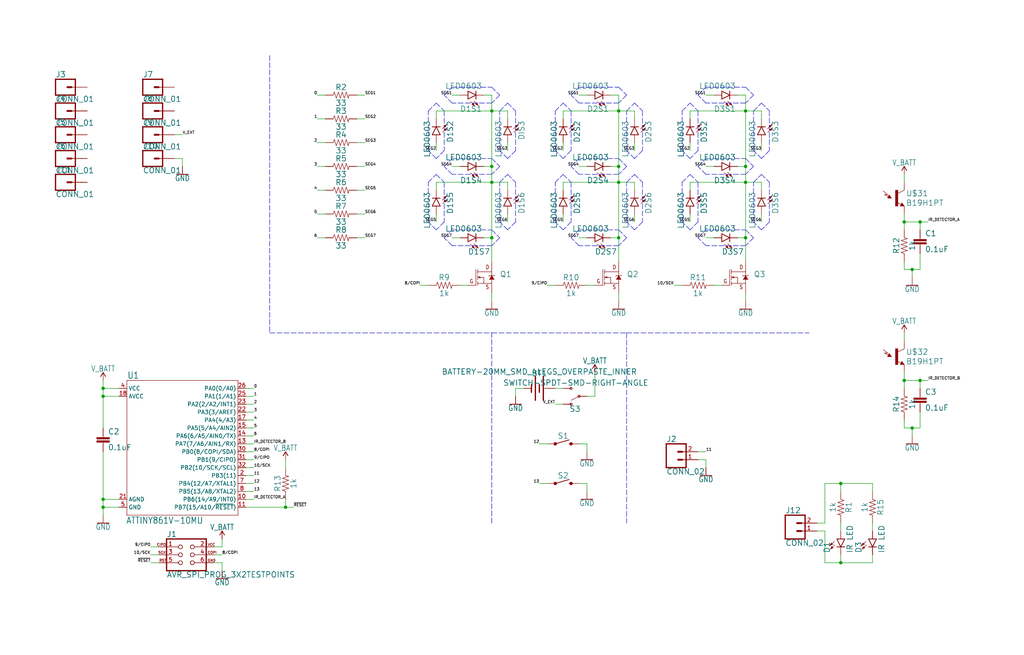
<source format=kicad_sch>
(kicad_sch (version 20211123) (generator eeschema)
  (paper "User" 327.939 210.007)
  (junction (at 292.1 137.16))
  (junction (at 157.48 58.42))
  (junction (at 294.64 71.12))
  (junction (at 33.02 162.56))
  (junction (at 289.56 71.12))
  (junction (at 238.76 58.42))
  (junction (at 33.02 124.46))
  (junction (at 33.02 160.02))
  (junction (at 198.12 76.2))
  (junction (at 157.48 76.2))
  (junction (at 238.76 35.56))
  (junction (at 238.76 53.34))
  (junction (at 91.44 162.56))
  (junction (at 238.76 76.2))
  (junction (at 198.12 35.56))
  (junction (at 289.56 121.92))
  (junction (at 157.48 53.34))
  (junction (at 269.24 154.94))
  (junction (at 269.24 180.34))
  (junction (at 157.48 35.56))
  (junction (at 292.1 86.36))
  (junction (at 294.64 121.92))
  (junction (at 198.12 58.42))
  (junction (at 198.12 53.34))
  (junction (at 33.02 127))
  (wire (pts (xy 289.56 83.82) (xy 289.56 86.36)))
  (polyline (pts (xy 160.02 48.26) (xy 160.02 35.56)))
  (wire (pts (xy 218.44 91.44) (xy 215.9 91.44)))
  (polyline (pts (xy 177.8 48.26) (xy 177.8 35.56)))
  (wire (pts (xy 33.02 160.02) (xy 33.02 162.56)))
  (polyline (pts (xy 137.16 35.56) (xy 139.7 33.02)))
  (wire (pts (xy 78.74 147.32) (xy 81.28 147.32)))
  (polyline (pts (xy 198.12 78.74) (xy 185.42 78.74)))
  (wire (pts (xy 289.56 137.16) (xy 292.1 137.16)))
  (wire (pts (xy 198.12 58.42) (xy 203.2 58.42)))
  (wire (pts (xy 33.02 121.92) (xy 33.02 124.46)))
  (wire (pts (xy 157.48 58.42) (xy 139.7 58.42)))
  (wire (pts (xy 177.8 91.44) (xy 175.26 91.44)))
  (wire (pts (xy 231.14 91.44) (xy 228.6 91.44)))
  (polyline (pts (xy 220.98 33.02) (xy 223.52 35.56)))
  (wire (pts (xy 238.76 53.34) (xy 238.76 58.42)))
  (wire (pts (xy 104.14 45.72) (xy 101.6 45.72)))
  (wire (pts (xy 264.16 170.18) (xy 261.62 170.18)))
  (wire (pts (xy 187.96 76.2) (xy 185.42 76.2)))
  (wire (pts (xy 78.74 149.86) (xy 81.28 149.86)))
  (wire (pts (xy 157.48 76.2) (xy 157.48 83.82)))
  (wire (pts (xy 180.34 129.54) (xy 177.8 129.54)))
  (wire (pts (xy 78.74 144.78) (xy 81.28 144.78)))
  (wire (pts (xy 269.24 170.18) (xy 269.24 167.64)))
  (polyline (pts (xy 165.1 48.26) (xy 162.56 50.8)))
  (wire (pts (xy 114.3 76.2) (xy 116.84 76.2)))
  (polyline (pts (xy 220.98 73.66) (xy 218.44 71.12)))
  (wire (pts (xy 157.48 35.56) (xy 157.48 53.34)))
  (polyline (pts (xy 226.06 33.02) (xy 223.52 30.48)))
  (polyline (pts (xy 162.56 33.02) (xy 165.1 35.56)))
  (wire (pts (xy 180.34 68.58) (xy 180.34 71.12)))
  (wire (pts (xy 203.2 35.56) (xy 203.2 38.1)))
  (wire (pts (xy 289.56 86.36) (xy 292.1 86.36)))
  (wire (pts (xy 139.7 68.58) (xy 139.7 71.12)))
  (wire (pts (xy 238.76 76.2) (xy 236.22 76.2)))
  (wire (pts (xy 38.1 127) (xy 33.02 127)))
  (wire (pts (xy 289.56 124.46) (xy 289.56 121.92)))
  (polyline (pts (xy 238.76 78.74) (xy 226.06 78.74)))
  (wire (pts (xy 167.64 124.46) (xy 165.1 124.46)))
  (wire (pts (xy 162.56 45.72) (xy 162.56 48.26)))
  (polyline (pts (xy 160.02 53.34) (xy 157.48 55.88)))
  (polyline (pts (xy 142.24 58.42) (xy 142.24 71.12)))
  (polyline (pts (xy 160.02 58.42) (xy 162.56 55.88)))
  (polyline (pts (xy 139.7 73.66) (xy 137.16 71.12)))
  (wire (pts (xy 71.12 180.34) (xy 71.12 182.88)))
  (wire (pts (xy 269.24 154.94) (xy 264.16 154.94)))
  (wire (pts (xy 114.3 53.34) (xy 116.84 53.34)))
  (wire (pts (xy 198.12 93.98) (xy 198.12 96.52)))
  (polyline (pts (xy 205.74 35.56) (xy 205.74 48.26)))
  (wire (pts (xy 162.56 35.56) (xy 162.56 38.1)))
  (wire (pts (xy 220.98 58.42) (xy 238.76 58.42)))
  (polyline (pts (xy 165.1 71.12) (xy 162.56 73.66)))
  (polyline (pts (xy 142.24 53.34) (xy 144.78 50.8)))
  (wire (pts (xy 203.2 58.42) (xy 203.2 60.96)))
  (wire (pts (xy 58.42 50.8) (xy 58.42 53.34)))
  (polyline (pts (xy 144.78 55.88) (xy 142.24 53.34)))
  (polyline (pts (xy 200.66 106.68) (xy 200.66 167.64)))
  (polyline (pts (xy 200.66 35.56) (xy 203.2 33.02)))
  (polyline (pts (xy 162.56 55.88) (xy 165.1 58.42)))
  (polyline (pts (xy 157.48 50.8) (xy 160.02 53.34)))
  (polyline (pts (xy 238.76 33.02) (xy 226.06 33.02)))
  (polyline (pts (xy 238.76 27.94) (xy 241.3 30.48)))
  (wire (pts (xy 78.74 137.16) (xy 81.28 137.16)))
  (polyline (pts (xy 185.42 33.02) (xy 182.88 30.48)))
  (polyline (pts (xy 160.02 35.56) (xy 162.56 33.02)))
  (wire (pts (xy 236.22 30.48) (xy 238.76 30.48)))
  (wire (pts (xy 228.6 53.34) (xy 226.06 53.34)))
  (wire (pts (xy 187.96 53.34) (xy 185.42 53.34)))
  (wire (pts (xy 289.56 134.62) (xy 289.56 137.16)))
  (polyline (pts (xy 246.38 35.56) (xy 246.38 48.26)))
  (wire (pts (xy 38.1 124.46) (xy 33.02 124.46)))
  (wire (pts (xy 104.14 68.58) (xy 101.6 68.58)))
  (wire (pts (xy 78.74 157.48) (xy 81.28 157.48)))
  (polyline (pts (xy 246.38 58.42) (xy 246.38 71.12)))
  (polyline (pts (xy 142.24 76.2) (xy 144.78 73.66)))
  (wire (pts (xy 294.64 86.36) (xy 294.64 81.28)))
  (wire (pts (xy 91.44 149.86) (xy 91.44 147.32)))
  (polyline (pts (xy 203.2 33.02) (xy 205.74 35.56)))
  (wire (pts (xy 104.14 53.34) (xy 101.6 53.34)))
  (wire (pts (xy 238.76 35.56) (xy 238.76 53.34)))
  (wire (pts (xy 289.56 71.12) (xy 294.64 71.12)))
  (polyline (pts (xy 182.88 58.42) (xy 182.88 71.12)))
  (wire (pts (xy 50.8 180.34) (xy 48.26 180.34)))
  (polyline (pts (xy 142.24 48.26) (xy 139.7 50.8)))
  (wire (pts (xy 175.26 142.24) (xy 172.72 142.24)))
  (wire (pts (xy 50.8 177.8) (xy 48.26 177.8)))
  (polyline (pts (xy 241.3 30.48) (xy 238.76 33.02)))
  (wire (pts (xy 175.26 154.94) (xy 172.72 154.94)))
  (polyline (pts (xy 198.12 33.02) (xy 185.42 33.02)))
  (wire (pts (xy 180.34 58.42) (xy 198.12 58.42)))
  (polyline (pts (xy 180.34 50.8) (xy 177.8 48.26)))
  (wire (pts (xy 292.1 86.36) (xy 294.64 86.36)))
  (wire (pts (xy 78.74 132.08) (xy 81.28 132.08)))
  (polyline (pts (xy 198.12 55.88) (xy 185.42 55.88)))
  (polyline (pts (xy 241.3 35.56) (xy 243.84 33.02)))
  (polyline (pts (xy 86.36 17.78) (xy 86.36 106.68)))
  (wire (pts (xy 238.76 93.98) (xy 238.76 96.52)))
  (wire (pts (xy 198.12 30.48) (xy 198.12 35.56)))
  (wire (pts (xy 157.48 58.42) (xy 157.48 76.2)))
  (wire (pts (xy 104.14 30.48) (xy 101.6 30.48)))
  (polyline (pts (xy 157.48 78.74) (xy 144.78 78.74)))
  (polyline (pts (xy 160.02 30.48) (xy 157.48 33.02)))
  (wire (pts (xy 149.86 91.44) (xy 147.32 91.44)))
  (polyline (pts (xy 144.78 27.94) (xy 157.48 27.94)))
  (wire (pts (xy 162.56 58.42) (xy 157.48 58.42)))
  (polyline (pts (xy 198.12 27.94) (xy 200.66 30.48)))
  (wire (pts (xy 279.4 170.18) (xy 279.4 167.64)))
  (polyline (pts (xy 218.44 58.42) (xy 220.98 55.88)))
  (wire (pts (xy 114.3 68.58) (xy 116.84 68.58)))
  (polyline (pts (xy 157.48 73.66) (xy 160.02 76.2)))
  (wire (pts (xy 190.5 91.44) (xy 187.96 91.44)))
  (polyline (pts (xy 241.3 53.34) (xy 238.76 55.88)))
  (polyline (pts (xy 226.06 27.94) (xy 238.76 27.94)))
  (wire (pts (xy 198.12 35.56) (xy 203.2 35.56)))
  (wire (pts (xy 294.64 71.12) (xy 294.64 73.66)))
  (wire (pts (xy 180.34 45.72) (xy 180.34 48.26)))
  (wire (pts (xy 243.84 58.42) (xy 243.84 60.96)))
  (wire (pts (xy 243.84 35.56) (xy 243.84 38.1)))
  (wire (pts (xy 264.16 154.94) (xy 264.16 167.64)))
  (wire (pts (xy 33.02 162.56) (xy 33.02 165.1)))
  (wire (pts (xy 154.94 53.34) (xy 157.48 53.34)))
  (polyline (pts (xy 144.78 33.02) (xy 142.24 30.48)))
  (polyline (pts (xy 223.52 53.34) (xy 226.06 50.8)))
  (polyline (pts (xy 198.12 73.66) (xy 200.66 76.2)))
  (polyline (pts (xy 243.84 50.8) (xy 241.3 48.26)))
  (polyline (pts (xy 137.16 48.26) (xy 137.16 35.56)))
  (polyline (pts (xy 144.78 73.66) (xy 157.48 73.66)))
  (polyline (pts (xy 139.7 33.02) (xy 142.24 35.56)))
  (wire (pts (xy 55.88 50.8) (xy 58.42 50.8)))
  (wire (pts (xy 177.8 124.46) (xy 180.34 124.46)))
  (wire (pts (xy 147.32 76.2) (xy 144.78 76.2)))
  (polyline (pts (xy 203.2 50.8) (xy 200.66 48.26)))
  (wire (pts (xy 185.42 142.24) (xy 187.96 142.24)))
  (wire (pts (xy 289.56 71.12) (xy 289.56 73.66)))
  (wire (pts (xy 203.2 68.58) (xy 203.2 71.12)))
  (wire (pts (xy 226.06 147.32) (xy 226.06 149.86)))
  (wire (pts (xy 269.24 180.34) (xy 279.4 180.34)))
  (wire (pts (xy 157.48 53.34) (xy 157.48 58.42)))
  (polyline (pts (xy 205.74 71.12) (xy 203.2 73.66)))
  (wire (pts (xy 78.74 142.24) (xy 81.28 142.24)))
  (wire (pts (xy 292.1 137.16) (xy 294.64 137.16)))
  (wire (pts (xy 162.56 68.58) (xy 162.56 71.12)))
  (wire (pts (xy 78.74 152.4) (xy 81.28 152.4)))
  (wire (pts (xy 220.98 35.56) (xy 238.76 35.56)))
  (polyline (pts (xy 226.06 73.66) (xy 238.76 73.66)))
  (wire (pts (xy 187.96 154.94) (xy 187.96 157.48)))
  (wire (pts (xy 78.74 134.62) (xy 81.28 134.62)))
  (wire (pts (xy 243.84 68.58) (xy 243.84 71.12)))
  (polyline (pts (xy 144.78 50.8) (xy 157.48 50.8)))
  (wire (pts (xy 147.32 53.34) (xy 144.78 53.34)))
  (wire (pts (xy 114.3 30.48) (xy 116.84 30.48)))
  (wire (pts (xy 104.14 76.2) (xy 101.6 76.2)))
  (wire (pts (xy 223.52 144.78) (xy 226.06 144.78)))
  (polyline (pts (xy 165.1 35.56) (xy 165.1 48.26)))
  (polyline (pts (xy 205.74 58.42) (xy 205.74 71.12)))
  (wire (pts (xy 78.74 129.54) (xy 81.28 129.54)))
  (wire (pts (xy 279.4 154.94) (xy 279.4 157.48)))
  (wire (pts (xy 33.02 144.78) (xy 33.02 160.02)))
  (polyline (pts (xy 223.52 76.2) (xy 226.06 73.66)))
  (polyline (pts (xy 241.3 58.42) (xy 243.84 55.88)))
  (polyline (pts (xy 218.44 48.26) (xy 218.44 35.56)))
  (wire (pts (xy 198.12 53.34) (xy 198.12 58.42)))
  (wire (pts (xy 264.16 167.64) (xy 261.62 167.64)))
  (polyline (pts (xy 223.52 71.12) (xy 220.98 73.66)))
  (polyline (pts (xy 243.84 55.88) (xy 246.38 58.42)))
  (polyline (pts (xy 185.42 55.88) (xy 182.88 53.34)))
  (polyline (pts (xy 200.66 71.12) (xy 200.66 58.42)))
  (polyline (pts (xy 160.02 76.2) (xy 157.48 78.74)))
  (wire (pts (xy 68.58 180.34) (xy 71.12 180.34)))
  (polyline (pts (xy 162.56 73.66) (xy 160.02 71.12)))
  (polyline (pts (xy 182.88 35.56) (xy 182.88 48.26)))
  (wire (pts (xy 264.16 180.34) (xy 264.16 170.18)))
  (wire (pts (xy 157.48 35.56) (xy 162.56 35.56)))
  (wire (pts (xy 68.58 177.8) (xy 71.12 177.8)))
  (wire (pts (xy 55.88 43.18) (xy 58.42 43.18)))
  (wire (pts (xy 289.56 68.58) (xy 289.56 71.12)))
  (polyline (pts (xy 165.1 58.42) (xy 165.1 71.12)))
  (wire (pts (xy 91.44 160.02) (xy 91.44 162.56)))
  (wire (pts (xy 195.58 53.34) (xy 198.12 53.34)))
  (wire (pts (xy 238.76 35.56) (xy 243.84 35.56)))
  (wire (pts (xy 38.1 160.02) (xy 33.02 160.02)))
  (polyline (pts (xy 157.48 33.02) (xy 144.78 33.02)))
  (polyline (pts (xy 226.06 50.8) (xy 238.76 50.8)))
  (wire (pts (xy 238.76 76.2) (xy 238.76 83.82)))
  (polyline (pts (xy 238.76 50.8) (xy 241.3 53.34)))
  (wire (pts (xy 198.12 35.56) (xy 198.12 53.34)))
  (wire (pts (xy 114.3 45.72) (xy 116.84 45.72)))
  (polyline (pts (xy 241.3 71.12) (xy 241.3 58.42)))
  (polyline (pts (xy 203.2 73.66) (xy 200.66 71.12)))
  (wire (pts (xy 220.98 38.1) (xy 220.98 35.56)))
  (polyline (pts (xy 182.88 53.34) (xy 185.42 50.8)))
  (polyline (pts (xy 200.66 76.2) (xy 198.12 78.74)))
  (wire (pts (xy 264.16 180.34) (xy 269.24 180.34)))
  (wire (pts (xy 238.76 58.42) (xy 243.84 58.42)))
  (wire (pts (xy 33.02 127) (xy 33.02 137.16)))
  (wire (pts (xy 203.2 45.72) (xy 203.2 48.26)))
  (wire (pts (xy 198.12 76.2) (xy 198.12 83.82)))
  (wire (pts (xy 220.98 45.72) (xy 220.98 48.26)))
  (wire (pts (xy 78.74 162.56) (xy 91.44 162.56)))
  (wire (pts (xy 243.84 45.72) (xy 243.84 48.26)))
  (polyline (pts (xy 185.42 50.8) (xy 198.12 50.8)))
  (polyline (pts (xy 220.98 50.8) (xy 218.44 48.26)))
  (wire (pts (xy 157.48 76.2) (xy 154.94 76.2)))
  (wire (pts (xy 289.56 121.92) (xy 294.64 121.92)))
  (wire (pts (xy 139.7 58.42) (xy 139.7 60.96)))
  (polyline (pts (xy 162.56 50.8) (xy 160.02 48.26)))
  (wire (pts (xy 78.74 160.02) (xy 81.28 160.02)))
  (wire (pts (xy 220.98 68.58) (xy 220.98 71.12)))
  (wire (pts (xy 157.48 30.48) (xy 157.48 35.56)))
  (wire (pts (xy 33.02 124.46) (xy 33.02 127)))
  (polyline (pts (xy 182.88 76.2) (xy 185.42 73.66)))
  (wire (pts (xy 294.64 124.46) (xy 294.64 121.92)))
  (polyline (pts (xy 223.52 48.26) (xy 220.98 50.8)))
  (wire (pts (xy 147.32 30.48) (xy 144.78 30.48)))
  (wire (pts (xy 228.6 76.2) (xy 226.06 76.2)))
  (polyline (pts (xy 243.84 73.66) (xy 241.3 71.12)))
  (wire (pts (xy 187.96 30.48) (xy 185.42 30.48)))
  (polyline (pts (xy 220.98 55.88) (xy 223.52 58.42)))
  (wire (pts (xy 38.1 162.56) (xy 33.02 162.56)))
  (polyline (pts (xy 182.88 30.48) (xy 185.42 27.94)))
  (polyline (pts (xy 241.3 48.26) (xy 241.3 35.56)))
  (wire (pts (xy 187.96 127) (xy 190.5 127)))
  (polyline (pts (xy 157.48 27.94) (xy 160.02 30.48)))
  (polyline (pts (xy 139.7 55.88) (xy 142.24 58.42)))
  (polyline (pts (xy 160.02 71.12) (xy 160.02 58.42)))
  (wire (pts (xy 294.64 121.92) (xy 297.18 121.92)))
  (wire (pts (xy 162.56 60.96) (xy 162.56 58.42)))
  (wire (pts (xy 139.7 35.56) (xy 157.48 35.56)))
  (polyline (pts (xy 185.42 27.94) (xy 198.12 27.94)))
  (wire (pts (xy 185.42 154.94) (xy 187.96 154.94)))
  (polyline (pts (xy 180.34 33.02) (xy 182.88 35.56)))
  (polyline (pts (xy 86.36 106.68) (xy 157.48 106.68)))
  (wire (pts (xy 195.58 30.48) (xy 198.12 30.48)))
  (polyline (pts (xy 238.76 55.88) (xy 226.06 55.88)))
  (wire (pts (xy 190.5 127) (xy 190.5 119.38)))
  (polyline (pts (xy 137.16 58.42) (xy 139.7 55.88)))
  (polyline (pts (xy 142.24 30.48) (xy 144.78 27.94)))
  (polyline (pts (xy 238.76 73.66) (xy 241.3 76.2)))
  (wire (pts (xy 289.56 119.38) (xy 289.56 121.92)))
  (wire (pts (xy 78.74 124.46) (xy 81.28 124.46)))
  (wire (pts (xy 198.12 58.42) (xy 198.12 76.2)))
  (polyline (pts (xy 223.52 58.42) (xy 223.52 71.12)))
  (wire (pts (xy 180.34 38.1) (xy 180.34 35.56)))
  (polyline (pts (xy 203.2 55.88) (xy 205.74 58.42)))
  (polyline (pts (xy 226.06 78.74) (xy 223.52 76.2)))
  (wire (pts (xy 180.34 35.56) (xy 198.12 35.56)))
  (polyline (pts (xy 200.66 53.34) (xy 198.12 55.88)))
  (polyline (pts (xy 144.78 78.74) (xy 142.24 76.2)))
  (polyline (pts (xy 200.66 48.26) (xy 200.66 35.56)))
  (wire (pts (xy 289.56 58.42) (xy 289.56 55.88)))
  (wire (pts (xy 71.12 175.26) (xy 71.12 172.72)))
  (wire (pts (xy 198.12 76.2) (xy 195.58 76.2)))
  (polyline (pts (xy 157.48 55.88) (xy 144.78 55.88)))
  (wire (pts (xy 91.44 162.56) (xy 93.98 162.56)))
  (wire (pts (xy 269.24 157.48) (xy 269.24 154.94)))
  (wire (pts (xy 137.16 91.44) (xy 134.62 91.44)))
  (wire (pts (xy 187.96 142.24) (xy 187.96 144.78)))
  (wire (pts (xy 294.64 137.16) (xy 294.64 132.08)))
  (polyline (pts (xy 157.48 167.64) (xy 157.48 106.68)))
  (polyline (pts (xy 200.66 106.68) (xy 259.08 106.68)))
  (polyline (pts (xy 205.74 48.26) (xy 203.2 50.8)))
  (wire (pts (xy 294.64 71.12) (xy 297.18 71.12)))
  (wire (pts (xy 68.58 175.26) (xy 71.12 175.26)))
  (polyline (pts (xy 246.38 71.12) (xy 243.84 73.66)))
  (polyline (pts (xy 157.48 106.68) (xy 200.66 106.68)))
  (polyline (pts (xy 218.44 35.56) (xy 220.98 33.02)))
  (wire (pts (xy 78.74 154.94) (xy 81.28 154.94)))
  (wire (pts (xy 139.7 38.1) (xy 139.7 35.56)))
  (polyline (pts (xy 177.8 58.42) (xy 180.34 55.88)))
  (wire (pts (xy 154.94 30.48) (xy 157.48 30.48)))
  (polyline (pts (xy 182.88 71.12) (xy 180.34 73.66)))
  (polyline (pts (xy 218.44 71.12) (xy 218.44 58.42)))
  (polyline (pts (xy 137.16 71.12) (xy 137.16 58.42)))
  (wire (pts (xy 292.1 86.36) (xy 292.1 88.9)))
  (polyline (pts (xy 200.66 58.42) (xy 203.2 55.88)))
  (wire (pts (xy 114.3 38.1) (xy 116.84 38.1)))
  (polyline (pts (xy 180.34 55.88) (xy 182.88 58.42)))
  (polyline (pts (xy 246.38 48.26) (xy 243.84 50.8)))
  (wire (pts (xy 157.48 93.98) (xy 157.48 96.52)))
  (wire (pts (xy 238.76 30.48) (xy 238.76 35.56)))
  (polyline (pts (xy 177.8 35.56) (xy 180.34 33.02)))
  (wire (pts (xy 220.98 60.96) (xy 220.98 58.42)))
  (wire (pts (xy 180.34 60.96) (xy 180.34 58.42)))
  (wire (pts (xy 279.4 177.8) (xy 279.4 180.34)))
  (wire (pts (xy 269.24 154.94) (xy 279.4 154.94)))
  (wire (pts (xy 238.76 58.42) (xy 238.76 76.2)))
  (wire (pts (xy 289.56 106.68) (xy 289.56 109.22)))
  (wire (pts (xy 269.24 177.8) (xy 269.24 180.34)))
  (wire (pts (xy 114.3 60.96) (xy 116.84 60.96)))
  (polyline (pts (xy 226.06 55.88) (xy 223.52 53.34)))
  (polyline (pts (xy 142.24 71.12) (xy 139.7 73.66)))
  (polyline (pts (xy 241.3 76.2) (xy 238.76 78.74)))
  (polyline (pts (xy 185.42 73.66) (xy 198.12 73.66)))
  (wire (pts (xy 226.06 30.48) (xy 228.6 30.48)))
  (wire (pts (xy 104.14 60.96) (xy 101.6 60.96)))
  (wire (pts (xy 165.1 124.46) (xy 165.1 127)))
  (polyline (pts (xy 185.42 78.74) (xy 182.88 76.2)))
  (wire (pts (xy 236.22 53.34) (xy 238.76 53.34)))
  (wire (pts (xy 78.74 127) (xy 81.28 127)))
  (wire (pts (xy 223.52 147.32) (xy 226.06 147.32)))
  (wire (pts (xy 78.74 139.7) (xy 81.28 139.7)))
  (polyline (pts (xy 177.8 71.12) (xy 177.8 58.42)))
  (wire (pts (xy 104.14 38.1) (xy 101.6 38.1)))
  (polyline (pts (xy 200.66 30.48) (xy 198.12 33.02)))
  (polyline (pts (xy 142.24 35.56) (xy 142.24 48.26)))
  (polyline (pts (xy 243.84 33.02) (xy 246.38 35.56)))
  (polyline (pts (xy 223.52 30.48) (xy 226.06 27.94)))
  (polyline (pts (xy 139.7 50.8) (xy 137.16 48.26)))
  (polyline (pts (xy 223.52 35.56) (xy 223.52 48.26)))
  (polyline (pts (xy 180.34 73.66) (xy 177.8 71.12)))
  (polyline (pts (xy 198.12 50.8) (xy 200.66 53.34)))
  (wire (pts (xy 139.7 45.72) (xy 139.7 48.26)))
  (polyline (pts (xy 182.88 48.26) (xy 180.34 50.8)))
  (wire (pts (xy 50.8 175.26) (xy 48.26 175.26)))
  (wire (pts (xy 292.1 139.7) (xy 292.1 137.16)))
  (label "SEG4" (at 185.42 53.34 180) (effects (font (size 0.889 0.889))))
  (label "4" (at 101.6 60.96 180) (effects (font (size 0.889 0.889))))
  (label "2" (at 101.6 45.72 180) (effects (font (size 0.889 0.889))))
  (label "SEG7" (at 116.84 76.2 0) (effects (font (size 0.889 0.889))))
  (label "SEG6" (at 116.84 68.58 0) (effects (font (size 0.889 0.889))))
  (label "6" (at 101.6 76.2 180) (effects (font (size 0.889 0.889))))
  (label "4" (at 81.28 134.62 0) (effects (font (size 0.889 0.889))))
  (label "10/SCK" (at 48.26 177.8 180) (effects (font (size 0.889 0.889))))
  (label "SEG1" (at 185.42 30.48 180) (effects (font (size 0.889 0.889))))
  (label "11" (at 226.06 144.78 0) (effects (font (size 0.889 0.889))))
  (label "3" (at 81.28 132.08 0) (effects (font (size 0.889 0.889))))
  (label "SEG7" (at 226.06 76.2 180) (effects (font (size 0.889 0.889))))
  (label "SEG6" (at 162.56 71.12 180) (effects (font (size 0.889 0.889))))
  (label "~{RESET}" (at 48.26 180.34 180) (effects (font (size 0.889 0.889))))
  (label "SEG7" (at 185.42 76.2 180) (effects (font (size 0.889 0.889))))
  (label "SEG4" (at 226.06 53.34 180) (effects (font (size 0.889 0.889))))
  (label "SEG5" (at 220.98 71.12 180) (effects (font (size 0.889 0.889))))
  (label "SEG4" (at 116.84 53.34 0) (effects (font (size 0.889 0.889))))
  (label "13" (at 81.28 157.48 0) (effects (font (size 0.889 0.889))))
  (label "5" (at 101.6 68.58 180) (effects (font (size 0.889 0.889))))
  (label "12" (at 81.28 154.94 0) (effects (font (size 0.889 0.889))))
  (label "SEG1" (at 226.06 30.48 180) (effects (font (size 0.889 0.889))))
  (label "0" (at 81.28 124.46 0) (effects (font (size 0.889 0.889))))
  (label "10/SCK" (at 81.28 149.86 0) (effects (font (size 0.889 0.889))))
  (label "9/CIPO" (at 175.26 91.44 180) (effects (font (size 0.889 0.889))))
  (label "IR_DETECTOR_B" (at 297.18 121.92 0) (effects (font (size 0.889 0.889))))
  (label "V_EXT" (at 58.42 43.18 0) (effects (font (size 0.889 0.889))))
  (label "IR_DETECTOR_B" (at 81.28 142.24 0) (effects (font (size 0.889 0.889))))
  (label "SEG4" (at 144.78 53.34 180) (effects (font (size 0.889 0.889))))
  (label "SEG5" (at 139.7 71.12 180) (effects (font (size 0.889 0.889))))
  (label "SEG3" (at 116.84 45.72 0) (effects (font (size 0.889 0.889))))
  (label "8/COPI" (at 81.28 144.78 0) (effects (font (size 0.889 0.889))))
  (label "~{RESET}" (at 93.98 162.56 0) (effects (font (size 0.889 0.889))))
  (label "5" (at 81.28 137.16 0) (effects (font (size 0.889 0.889))))
  (label "IR_DETECTOR_A" (at 297.18 71.12 0) (effects (font (size 0.889 0.889))))
  (label "SEG1" (at 116.84 30.48 0) (effects (font (size 0.889 0.889))))
  (label "SEG6" (at 243.84 71.12 180) (effects (font (size 0.889 0.889))))
  (label "V_EXT" (at 177.8 129.54 180) (effects (font (size 0.889 0.889))))
  (label "SEG3" (at 203.2 48.26 180) (effects (font (size 0.889 0.889))))
  (label "SEG6" (at 203.2 71.12 180) (effects (font (size 0.889 0.889))))
  (label "10/SCK" (at 215.9 91.44 180) (effects (font (size 0.889 0.889))))
  (label "IR_DETECTOR_A" (at 81.28 160.02 0) (effects (font (size 0.889 0.889))))
  (label "1" (at 101.6 38.1 180) (effects (font (size 0.889 0.889))))
  (label "9/CIPO" (at 48.26 175.26 180) (effects (font (size 0.889 0.889))))
  (label "3" (at 101.6 53.34 180) (effects (font (size 0.889 0.889))))
  (label "11" (at 81.28 152.4 0) (effects (font (size 0.889 0.889))))
  (label "SEG2" (at 116.84 38.1 0) (effects (font (size 0.889 0.889))))
  (label "8/COPI" (at 134.62 91.44 180) (effects (font (size 0.889 0.889))))
  (label "SEG2" (at 220.98 48.26 180) (effects (font (size 0.889 0.889))))
  (label "SEG2" (at 139.7 48.26 180) (effects (font (size 0.889 0.889))))
  (label "SEG3" (at 162.56 48.26 180) (effects (font (size 0.889 0.889))))
  (label "8/COPI" (at 71.12 177.8 0) (effects (font (size 0.889 0.889))))
  (label "12" (at 172.72 142.24 180) (effects (font (size 0.889 0.889))))
  (label "SEG5" (at 116.84 60.96 0) (effects (font (size 0.889 0.889))))
  (label "1" (at 81.28 127 0) (effects (font (size 0.889 0.889))))
  (label "6" (at 81.28 139.7 0) (effects (font (size 0.889 0.889))))
  (label "13" (at 172.72 154.94 180) (effects (font (size 0.889 0.889))))
  (label "0" (at 101.6 30.48 180) (effects (font (size 0.889 0.889))))
  (label "SEG1" (at 144.78 30.48 180) (effects (font (size 0.889 0.889))))
  (label "SEG3" (at 243.84 48.26 180) (effects (font (size 0.889 0.889))))
  (label "SEG2" (at 180.34 48.26 180) (effects (font (size 0.889 0.889))))
  (label "SEG7" (at 144.78 76.2 180) (effects (font (size 0.889 0.889))))
  (label "SEG5" (at 180.34 71.12 180) (effects (font (size 0.889 0.889))))
  (label "9/CIPO" (at 81.28 147.32 0) (effects (font (size 0.889 0.889))))
  (label "2" (at 81.28 129.54 0) (effects (font (size 0.889 0.889))))
  (symbol (lib_id "BeanCounter_V10-eagle-import:LED0603") (at 139.7 66.04 180) (unit 1)
    (property "Reference" "D1S5" (at 143.129 61.468 90) (effects (font (size 1.778 1.778)) (justify left bottom)))
    (property "Value" "LED0603" (at 137.795 61.468 90) (effects (font (size 1.778 1.778)) (justify left top)))
    (property "Footprint" "BeanCounter_V10:LED-0603" (effects hide))
  )
  (symbol (lib_id "BeanCounter_V10-eagle-import:0.1UF-0603-25V-(+80{slash}-20%)") (at 294.64 78.74 0) (unit 1)
    (property "Reference" "C1" (at 296.164 75.819 0) (effects (font (size 1.778 1.778)) (justify left bottom)))
    (property "Value" "0.1uF" (at 296.164 80.899 0) (effects (font (size 1.778 1.778)) (justify left bottom)))
    (property "Footprint" "BeanCounter_V10:0603" (effects hide))
  )
  (symbol (lib_id "BeanCounter_V10-eagle-import:MOSFET-NCH-BSS138") (at 236.22 88.9 0) (unit 1)
    (property "Reference" "Q3" (at 241.3 88.9 0) (effects (font (size 1.778 1.778)) (justify left bottom)))
    (property "Value" "220mA/50V/3.5Ω" (effects hide))
    (property "Footprint" "BeanCounter_V10:SOT23-3" (effects hide))
  )
  (symbol (lib_id "BeanCounter_V10-eagle-import:CONN_01") (at 48.26 43.18 0) (unit 1)
    (property "Reference" "J9" (at 45.72 40.132 0) (effects (font (size 1.778 1.778)) (justify left bottom)))
    (property "Value" "CONN_01" (at 45.72 48.006 0) (effects (font (size 1.778 1.778)) (justify left bottom)))
    (property "Footprint" "BeanCounter_V10:1X01" (effects hide))
  )
  (symbol (lib_id "BeanCounter_V10-eagle-import:LED0603") (at 190.5 30.48 90) (unit 1)
    (property "Reference" "D2S1" (at 195.072 33.909 90) (effects (font (size 1.778 1.778)) (justify left bottom)))
    (property "Value" "LED0603" (at 195.072 28.575 90) (effects (font (size 1.778 1.778)) (justify left top)))
    (property "Footprint" "BeanCounter_V10:LED-0603" (effects hide))
  )
  (symbol (lib_id "BeanCounter_V10-eagle-import:CONN_01") (at 20.32 58.42 0) (unit 1)
    (property "Reference" "J11" (at 17.78 55.372 0) (effects (font (size 1.778 1.778)) (justify left bottom)))
    (property "Value" "CONN_01" (at 17.78 63.246 0) (effects (font (size 1.778 1.778)) (justify left bottom)))
    (property "Footprint" "BeanCounter_V10:1X01" (effects hide))
  )
  (symbol (lib_id "BeanCounter_V10-eagle-import:SWITCH-SPDT-SMD-RIGHT-ANGLE") (at 185.42 127 180) (unit 1)
    (property "Reference" "S3" (at 184.15 130.048 0) (effects (font (size 1.778 1.778)) (justify bottom)))
    (property "Value" "SWITCH-SPDT-SMD-RIGHT-ANGLE" (at 184.404 123.698 0) (effects (font (size 1.778 1.778)) (justify top)))
    (property "Footprint" "BeanCounter_V10:SWITCH_SPST_SMD_A" (effects hide))
  )
  (symbol (lib_id "BeanCounter_V10-eagle-import:AVR_SPI_PROG_3X2TESTPOINTS") (at 58.42 177.8 0) (unit 1)
    (property "Reference" "J1" (at 53.34 172.212 0) (effects (font (size 1.778 1.778)) (justify left bottom)))
    (property "Value" "AVR_SPI_PROG_3X2TESTPOINTS" (at 53.34 185.166 0) (effects (font (size 1.778 1.778)) (justify left bottom)))
    (property "Footprint" "BeanCounter_V10:2X3_TEST_POINTS" (effects hide))
  )
  (symbol (lib_id "BeanCounter_V10-eagle-import:1KOHM-0603-1{slash}10W-1%") (at 91.44 154.94 90) (unit 1)
    (property "Reference" "R13" (at 89.916 154.94 0) (effects (font (size 1.778 1.778)) (justify bottom)))
    (property "Value" "1k" (at 92.964 154.94 0) (effects (font (size 1.778 1.778)) (justify top)))
    (property "Footprint" "BeanCounter_V10:0603" (effects hide))
  )
  (symbol (lib_id "BeanCounter_V10-eagle-import:LED0603") (at 243.84 66.04 180) (unit 1)
    (property "Reference" "D3S6" (at 247.269 61.468 90) (effects (font (size 1.778 1.778)) (justify left bottom)))
    (property "Value" "LED0603" (at 241.935 61.468 90) (effects (font (size 1.778 1.778)) (justify left top)))
    (property "Footprint" "BeanCounter_V10:LED-0603" (effects hide))
  )
  (symbol (lib_id "BeanCounter_V10-eagle-import:MOSFET-NCH-BSS138") (at 195.58 88.9 0) (unit 1)
    (property "Reference" "Q2" (at 200.66 88.9 0) (effects (font (size 1.778 1.778)) (justify left bottom)))
    (property "Value" "220mA/50V/3.5Ω" (effects hide))
    (property "Footprint" "BeanCounter_V10:SOT23-3" (effects hide))
  )
  (symbol (lib_id "BeanCounter_V10-eagle-import:1KOHM-0603-1{slash}10W-1%") (at 142.24 91.44 0) (unit 1)
    (property "Reference" "R9" (at 142.24 89.916 0) (effects (font (size 1.778 1.778)) (justify bottom)))
    (property "Value" "1k" (at 142.24 92.964 0) (effects (font (size 1.778 1.778)) (justify top)))
    (property "Footprint" "BeanCounter_V10:0603" (effects hide))
  )
  (symbol (lib_id "BeanCounter_V10-eagle-import:CONN_01") (at 20.32 43.18 0) (unit 1)
    (property "Reference" "J5" (at 17.78 40.132 0) (effects (font (size 1.778 1.778)) (justify left bottom)))
    (property "Value" "CONN_01" (at 17.78 48.006 0) (effects (font (size 1.778 1.778)) (justify left bottom)))
    (property "Footprint" "BeanCounter_V10:1X01" (effects hide))
  )
  (symbol (lib_id "BeanCounter_V10-eagle-import:LED-IR0603") (at 269.24 172.72 0) (unit 1)
    (property "Reference" "D1" (at 265.811 177.292 90) (effects (font (size 1.778 1.778)) (justify left bottom)))
    (property "Value" "IR LED" (at 271.145 177.292 90) (effects (font (size 1.778 1.778)) (justify left top)))
    (property "Footprint" "BeanCounter_V10:LED-0603" (effects hide))
  )
  (symbol (lib_id "BeanCounter_V10-eagle-import:33OHM-0603-1{slash}10W-1%") (at 109.22 60.96 0) (unit 1)
    (property "Reference" "R6" (at 109.22 59.436 0) (effects (font (size 1.778 1.778)) (justify bottom)))
    (property "Value" "33" (at 109.22 62.484 0) (effects (font (size 1.778 1.778)) (justify top)))
    (property "Footprint" "BeanCounter_V10:0603" (effects hide))
  )
  (symbol (lib_id "BeanCounter_V10-eagle-import:CONN_02") (at 254 170.18 0) (unit 1)
    (property "Reference" "J12" (at 251.46 164.592 0) (effects (font (size 1.778 1.778)) (justify left bottom)))
    (property "Value" "CONN_02" (at 251.46 175.006 0) (effects (font (size 1.778 1.778)) (justify left bottom)))
    (property "Footprint" "BeanCounter_V10:1X02" (effects hide))
  )
  (symbol (lib_id "BeanCounter_V10-eagle-import:LED0603") (at 231.14 76.2 90) (unit 1)
    (property "Reference" "D3S7" (at 238.252 79.629 90) (effects (font (size 1.778 1.778)) (justify left bottom)))
    (property "Value" "LED0603" (at 235.712 74.295 90) (effects (font (size 1.778 1.778)) (justify left top)))
    (property "Footprint" "BeanCounter_V10:LED-0603" (effects hide))
  )
  (symbol (lib_id "BeanCounter_V10-eagle-import:1KOHM-0603-1{slash}10W-1%") (at 182.88 91.44 0) (unit 1)
    (property "Reference" "R10" (at 182.88 89.916 0) (effects (font (size 1.778 1.778)) (justify bottom)))
    (property "Value" "1k" (at 182.88 92.964 0) (effects (font (size 1.778 1.778)) (justify top)))
    (property "Footprint" "BeanCounter_V10:0603" (effects hide))
  )
  (symbol (lib_id "BeanCounter_V10-eagle-import:GND") (at 187.96 160.02 0) (unit 1)
    (property "Reference" "#GND1" (effects hide))
    (property "Value" "GND" (at 187.96 160.274 0) (effects (font (size 1.778 1.5113)) (justify top)))
    (property "Footprint" "BeanCounter_V10:" (effects hide))
  )
  (symbol (lib_id "BeanCounter_V10-eagle-import:CONN_01") (at 48.26 35.56 0) (unit 1)
    (property "Reference" "J8" (at 45.72 32.512 0) (effects (font (size 1.778 1.778)) (justify left bottom)))
    (property "Value" "CONN_01" (at 45.72 40.386 0) (effects (font (size 1.778 1.778)) (justify left bottom)))
    (property "Footprint" "BeanCounter_V10:1X01" (effects hide))
  )
  (symbol (lib_id "BeanCounter_V10-eagle-import:GND") (at 198.12 99.06 0) (unit 1)
    (property "Reference" "#GND7" (effects hide))
    (property "Value" "GND" (at 198.12 99.314 0) (effects (font (size 1.778 1.5113)) (justify top)))
    (property "Footprint" "BeanCounter_V10:" (effects hide))
  )
  (symbol (lib_id "BeanCounter_V10-eagle-import:MOMENTARY-SWITCH-SPST-SMD-5.2MM-TALL") (at 180.34 142.24 0) (unit 1)
    (property "Reference" "S1" (at 180.34 140.716 0) (effects (font (size 1.778 1.778)) (justify bottom)))
    (property "Value" "MOMENTARY-SWITCH-SPST-SMD-5.2MM-TALL" (effects hide))
    (property "Footprint" "BeanCounter_V10:TACTILE_SWITCH_SMD_5.2MM" (effects hide))
  )
  (symbol (lib_id "BeanCounter_V10-eagle-import:CONN_02") (at 215.9 147.32 0) (unit 1)
    (property "Reference" "J2" (at 213.36 141.732 0) (effects (font (size 1.778 1.778)) (justify left bottom)))
    (property "Value" "CONN_02" (at 213.36 152.146 0) (effects (font (size 1.778 1.778)) (justify left bottom)))
    (property "Footprint" "BeanCounter_V10:1X02" (effects hide))
  )
  (symbol (lib_id "BeanCounter_V10-eagle-import:LED-IR0603") (at 279.4 172.72 0) (unit 1)
    (property "Reference" "D3" (at 275.971 177.292 90) (effects (font (size 1.778 1.778)) (justify left bottom)))
    (property "Value" "IR LED" (at 281.305 177.292 90) (effects (font (size 1.778 1.778)) (justify left top)))
    (property "Footprint" "BeanCounter_V10:LED-0603" (effects hide))
  )
  (symbol (lib_id "BeanCounter_V10-eagle-import:LED0603") (at 139.7 43.18 180) (unit 1)
    (property "Reference" "D1S2" (at 143.129 38.608 90) (effects (font (size 1.778 1.778)) (justify left bottom)))
    (property "Value" "LED0603" (at 137.795 38.608 90) (effects (font (size 1.778 1.778)) (justify left top)))
    (property "Footprint" "BeanCounter_V10:LED-0603" (effects hide))
  )
  (symbol (lib_id "BeanCounter_V10-eagle-import:LED0603") (at 162.56 43.18 180) (unit 1)
    (property "Reference" "DIS3" (at 165.989 38.608 90) (effects (font (size 1.778 1.778)) (justify left bottom)))
    (property "Value" "LED0603" (at 160.655 38.608 90) (effects (font (size 1.778 1.778)) (justify left top)))
    (property "Footprint" "BeanCounter_V10:LED-0603" (effects hide))
  )
  (symbol (lib_id "BeanCounter_V10-eagle-import:LED0603") (at 203.2 43.18 180) (unit 1)
    (property "Reference" "D2S3" (at 206.629 38.608 90) (effects (font (size 1.778 1.778)) (justify left bottom)))
    (property "Value" "LED0603" (at 201.295 38.608 90) (effects (font (size 1.778 1.778)) (justify left top)))
    (property "Footprint" "BeanCounter_V10:LED-0603" (effects hide))
  )
  (symbol (lib_id "BeanCounter_V10-eagle-import:BATTERY-20MM_SMD_4LEGS_OVERPASTE_INNER") (at 172.72 124.46 180) (unit 1)
    (property "Reference" "BT1" (at 172.72 118.618 0) (effects (font (size 1.778 1.778)) (justify bottom)))
    (property "Value" "BATTERY-20MM_SMD_4LEGS_OVERPASTE_INNER" (at 172.72 120.142 0) (effects (font (size 1.778 1.778)) (justify top)))
    (property "Footprint" "BeanCounter_V10:BATTCON_20MM_4LEGS_OVERPASTE_INNER" (effects hide))
  )
  (symbol (lib_id "BeanCounter_V10-eagle-import:1KOHM-0603-1{slash}10W-1%") (at 289.56 129.54 90) (unit 1)
    (property "Reference" "R14" (at 288.036 129.54 0) (effects (font (size 1.778 1.778)) (justify bottom)))
    (property "Value" "1k" (at 291.084 129.54 0) (effects (font (size 1.778 1.778)) (justify top)))
    (property "Footprint" "BeanCounter_V10:0603" (effects hide))
  )
  (symbol (lib_id "BeanCounter_V10-eagle-import:LED0603") (at 231.14 30.48 90) (unit 1)
    (property "Reference" "D3S1" (at 235.712 33.909 90) (effects (font (size 1.778 1.778)) (justify left bottom)))
    (property "Value" "LED0603" (at 235.712 28.575 90) (effects (font (size 1.778 1.778)) (justify left top)))
    (property "Footprint" "BeanCounter_V10:LED-0603" (effects hide))
  )
  (symbol (lib_id "BeanCounter_V10-eagle-import:GND") (at 165.1 129.54 0) (unit 1)
    (property "Reference" "#GND5" (effects hide))
    (property "Value" "GND" (at 165.1 129.794 0) (effects (font (size 1.778 1.5113)) (justify top)))
    (property "Footprint" "BeanCounter_V10:" (effects hide))
  )
  (symbol (lib_id "BeanCounter_V10-eagle-import:GND") (at 33.02 167.64 0) (unit 1)
    (property "Reference" "#GND10" (effects hide))
    (property "Value" "GND" (at 33.02 167.894 0) (effects (font (size 1.778 1.5113)) (justify top)))
    (property "Footprint" "BeanCounter_V10:" (effects hide))
  )
  (symbol (lib_id "BeanCounter_V10-eagle-import:1KOHM-0603-1{slash}10W-1%") (at 279.4 162.56 270) (unit 1)
    (property "Reference" "R15" (at 280.924 162.56 0) (effects (font (size 1.778 1.778)) (justify bottom)))
    (property "Value" "1k" (at 277.876 162.56 0) (effects (font (size 1.778 1.778)) (justify top)))
    (property "Footprint" "BeanCounter_V10:0603" (effects hide))
  )
  (symbol (lib_id "BeanCounter_V10-eagle-import:V_BATT") (at 190.5 119.38 0) (unit 1)
    (property "Reference" "#SUPPLY1" (effects hide))
    (property "Value" "V_BATT" (at 190.5 116.586 0) (effects (font (size 1.778 1.5113)) (justify bottom)))
    (property "Footprint" "BeanCounter_V10:" (effects hide))
  )
  (symbol (lib_id "BeanCounter_V10-eagle-import:V_BATT") (at 71.12 172.72 0) (unit 1)
    (property "Reference" "#SUPPLY3" (effects hide))
    (property "Value" "V_BATT" (at 71.12 169.926 0) (effects (font (size 1.778 1.5113)) (justify bottom)))
    (property "Footprint" "BeanCounter_V10:" (effects hide))
  )
  (symbol (lib_id "BeanCounter_V10-eagle-import:LED0603") (at 220.98 66.04 180) (unit 1)
    (property "Reference" "D3S5" (at 224.409 61.468 90) (effects (font (size 1.778 1.778)) (justify left bottom)))
    (property "Value" "LED0603" (at 219.075 61.468 90) (effects (font (size 1.778 1.778)) (justify left top)))
    (property "Footprint" "BeanCounter_V10:LED-0603" (effects hide))
  )
  (symbol (lib_id "BeanCounter_V10-eagle-import:V_BATT") (at 289.56 55.88 0) (unit 1)
    (property "Reference" "#SUPPLY2" (effects hide))
    (property "Value" "V_BATT" (at 289.56 53.086 0) (effects (font (size 1.778 1.5113)) (justify bottom)))
    (property "Footprint" "BeanCounter_V10:" (effects hide))
  )
  (symbol (lib_id "BeanCounter_V10-eagle-import:LED0603") (at 162.56 66.04 180) (unit 1)
    (property "Reference" "D1S6" (at 165.989 61.468 90) (effects (font (size 1.778 1.778)) (justify left bottom)))
    (property "Value" "LED0603" (at 160.655 61.468 90) (effects (font (size 1.778 1.778)) (justify left top)))
    (property "Footprint" "BeanCounter_V10:LED-0603" (effects hide))
  )
  (symbol (lib_id "BeanCounter_V10-eagle-import:GND") (at 238.76 99.06 0) (unit 1)
    (property "Reference" "#GND8" (effects hide))
    (property "Value" "GND" (at 238.76 99.314 0) (effects (font (size 1.778 1.5113)) (justify top)))
    (property "Footprint" "BeanCounter_V10:" (effects hide))
  )
  (symbol (lib_id "BeanCounter_V10-eagle-import:LED0603") (at 220.98 43.18 180) (unit 1)
    (property "Reference" "D3S2" (at 224.409 38.608 90) (effects (font (size 1.778 1.778)) (justify left bottom)))
    (property "Value" "LED0603" (at 219.075 38.608 90) (effects (font (size 1.778 1.778)) (justify left top)))
    (property "Footprint" "BeanCounter_V10:LED-0603" (effects hide))
  )
  (symbol (lib_id "BeanCounter_V10-eagle-import:GND") (at 226.06 152.4 0) (unit 1)
    (property "Reference" "#GND3" (effects hide))
    (property "Value" "GND" (at 226.06 152.654 0) (effects (font (size 1.778 1.5113)) (justify top)))
    (property "Footprint" "BeanCounter_V10:" (effects hide))
  )
  (symbol (lib_id "BeanCounter_V10-eagle-import:33OHM-0603-1{slash}10W-1%") (at 109.22 68.58 0) (unit 1)
    (property "Reference" "R7" (at 109.22 67.056 0) (effects (font (size 1.778 1.778)) (justify bottom)))
    (property "Value" "33" (at 109.22 70.104 0) (effects (font (size 1.778 1.778)) (justify top)))
    (property "Footprint" "BeanCounter_V10:0603" (effects hide))
  )
  (symbol (lib_id "BeanCounter_V10-eagle-import:LED0603") (at 243.84 43.18 180) (unit 1)
    (property "Reference" "D3S3" (at 247.269 38.608 90) (effects (font (size 1.778 1.778)) (justify left bottom)))
    (property "Value" "LED0603" (at 241.935 38.608 90) (effects (font (size 1.778 1.778)) (justify left top)))
    (property "Footprint" "BeanCounter_V10:LED-0603" (effects hide))
  )
  (symbol (lib_id "BeanCounter_V10-eagle-import:ATTINY861V-10MU") (at 58.42 144.78 0) (unit 1)
    (property "Reference" "U1" (at 40.7416 121.4374 0) (effects (font (size 2.0828 1.7703)) (justify left bottom)))
    (property "Value" "ATTINY861V-10MU" (at 40.3606 167.9194 0) (effects (font (size 2.0828 1.7703)) (justify left bottom)))
    (property "Footprint" "BeanCounter_V10:32M1-A_ATM" (effects hide))
  )
  (symbol (lib_id "BeanCounter_V10-eagle-import:LED0603") (at 190.5 53.34 90) (unit 1)
    (property "Reference" "D2S4" (at 195.072 56.769 90) (effects (font (size 1.778 1.778)) (justify left bottom)))
    (property "Value" "LED0603" (at 195.072 51.435 90) (effects (font (size 1.778 1.778)) (justify left top)))
    (property "Footprint" "BeanCounter_V10:LED-0603" (effects hide))
  )
  (symbol (lib_id "BeanCounter_V10-eagle-import:33OHM-0603-1{slash}10W-1%") (at 109.22 76.2 0) (unit 1)
    (property "Reference" "R8" (at 109.22 74.676 0) (effects (font (size 1.778 1.778)) (justify bottom)))
    (property "Value" "33" (at 109.22 77.724 0) (effects (font (size 1.778 1.778)) (justify top)))
    (property "Footprint" "BeanCounter_V10:0603" (effects hide))
  )
  (symbol (lib_id "BeanCounter_V10-eagle-import:1KOHM-0603-1{slash}10W-1%") (at 269.24 162.56 270) (unit 1)
    (property "Reference" "R1" (at 270.764 162.56 0) (effects (font (size 1.778 1.778)) (justify bottom)))
    (property "Value" "1k" (at 267.716 162.56 0) (effects (font (size 1.778 1.778)) (justify top)))
    (property "Footprint" "BeanCounter_V10:0603" (effects hide))
  )
  (symbol (lib_id "BeanCounter_V10-eagle-import:LED0603") (at 149.86 30.48 90) (unit 1)
    (property "Reference" "D1S1" (at 154.432 33.909 90) (effects (font (size 1.778 1.778)) (justify left bottom)))
    (property "Value" "LED0603" (at 154.432 28.575 90) (effects (font (size 1.778 1.778)) (justify left top)))
    (property "Footprint" "BeanCounter_V10:LED-0603" (effects hide))
  )
  (symbol (lib_id "BeanCounter_V10-eagle-import:B19H1PT") (at 287.02 63.5 0) (unit 1)
    (property "Reference" "U$31" (at 290.068 62.992 0) (effects (font (size 1.778 1.778)) (justify left bottom)))
    (property "Value" "B19H1PT" (at 290.068 64.008 0) (effects (font (size 1.778 1.778)) (justify left top)))
    (property "Footprint" "BeanCounter_V10:HARVATEK_DETECTOR" (effects hide))
  )
  (symbol (lib_id "BeanCounter_V10-eagle-import:LED0603") (at 190.5 76.2 90) (unit 1)
    (property "Reference" "D2S7" (at 197.612 79.629 90) (effects (font (size 1.778 1.778)) (justify left bottom)))
    (property "Value" "LED0603" (at 195.072 74.295 90) (effects (font (size 1.778 1.778)) (justify left top)))
    (property "Footprint" "BeanCounter_V10:LED-0603" (effects hide))
  )
  (symbol (lib_id "BeanCounter_V10-eagle-import:LED0603") (at 149.86 53.34 90) (unit 1)
    (property "Reference" "D1S4" (at 154.432 56.769 90) (effects (font (size 1.778 1.778)) (justify left bottom)))
    (property "Value" "LED0603" (at 154.432 51.435 90) (effects (font (size 1.778 1.778)) (justify left top)))
    (property "Footprint" "BeanCounter_V10:LED-0603" (effects hide))
  )
  (symbol (lib_id "BeanCounter_V10-eagle-import:MOSFET-NCH-BSS138") (at 154.94 88.9 0) (unit 1)
    (property "Reference" "Q1" (at 160.02 88.9 0) (effects (font (size 1.778 1.778)) (justify left bottom)))
    (property "Value" "220mA/50V/3.5Ω" (effects hide))
    (property "Footprint" "BeanCounter_V10:SOT23-3" (effects hide))
  )
  (symbol (lib_id "BeanCounter_V10-eagle-import:GND") (at 58.42 55.88 0) (unit 1)
    (property "Reference" "#GND11" (effects hide))
    (property "Value" "GND" (at 58.42 56.134 0) (effects (font (size 1.778 1.5113)) (justify top)))
    (property "Footprint" "BeanCounter_V10:" (effects hide))
  )
  (symbol (lib_id "BeanCounter_V10-eagle-import:LED0603") (at 231.14 53.34 90) (unit 1)
    (property "Reference" "D3S4" (at 235.712 56.769 90) (effects (font (size 1.778 1.778)) (justify left bottom)))
    (property "Value" "LED0603" (at 235.712 51.435 90) (effects (font (size 1.778 1.778)) (justify left top)))
    (property "Footprint" "BeanCounter_V10:LED-0603" (effects hide))
  )
  (symbol (lib_id "BeanCounter_V10-eagle-import:B19H1PT") (at 287.02 114.3 0) (unit 1)
    (property "Reference" "U$32" (at 290.068 113.792 0) (effects (font (size 1.778 1.778)) (justify left bottom)))
    (property "Value" "B19H1PT" (at 290.068 114.808 0) (effects (font (size 1.778 1.778)) (justify left top)))
    (property "Footprint" "BeanCounter_V10:HARVATEK_DETECTOR" (effects hide))
  )
  (symbol (lib_id "BeanCounter_V10-eagle-import:CONN_01") (at 20.32 27.94 0) (unit 1)
    (property "Reference" "J3" (at 17.78 24.892 0) (effects (font (size 1.778 1.778)) (justify left bottom)))
    (property "Value" "CONN_01" (at 17.78 32.766 0) (effects (font (size 1.778 1.778)) (justify left bottom)))
    (property "Footprint" "BeanCounter_V10:1X01" (effects hide))
  )
  (symbol (lib_id "BeanCounter_V10-eagle-import:V_BATT") (at 289.56 106.68 0) (unit 1)
    (property "Reference" "#SUPPLY6" (effects hide))
    (property "Value" "V_BATT" (at 289.56 103.886 0) (effects (font (size 1.778 1.5113)) (justify bottom)))
    (property "Footprint" "BeanCounter_V10:" (effects hide))
  )
  (symbol (lib_id "BeanCounter_V10-eagle-import:0.1UF-0603-25V-(+80{slash}-20%)") (at 294.64 129.54 0) (unit 1)
    (property "Reference" "C3" (at 296.164 126.619 0) (effects (font (size 1.778 1.778)) (justify left bottom)))
    (property "Value" "0.1uF" (at 296.164 131.699 0) (effects (font (size 1.778 1.778)) (justify left bottom)))
    (property "Footprint" "BeanCounter_V10:0603" (effects hide))
  )
  (symbol (lib_id "BeanCounter_V10-eagle-import:LED0603") (at 203.2 66.04 180) (unit 1)
    (property "Reference" "D2S6" (at 206.629 61.468 90) (effects (font (size 1.778 1.778)) (justify left bottom)))
    (property "Value" "LED0603" (at 201.295 61.468 90) (effects (font (size 1.778 1.778)) (justify left top)))
    (property "Footprint" "BeanCounter_V10:LED-0603" (effects hide))
  )
  (symbol (lib_id "BeanCounter_V10-eagle-import:GND") (at 292.1 91.44 0) (unit 1)
    (property "Reference" "#GND4" (effects hide))
    (property "Value" "GND" (at 292.1 91.694 0) (effects (font (size 1.778 1.5113)) (justify top)))
    (property "Footprint" "BeanCounter_V10:" (effects hide))
  )
  (symbol (lib_id "BeanCounter_V10-eagle-import:1KOHM-0603-1{slash}10W-1%") (at 223.52 91.44 0) (unit 1)
    (property "Reference" "R11" (at 223.52 89.916 0) (effects (font (size 1.778 1.778)) (justify bottom)))
    (property "Value" "1k" (at 223.52 92.964 0) (effects (font (size 1.778 1.778)) (justify top)))
    (property "Footprint" "BeanCounter_V10:0603" (effects hide))
  )
  (symbol (lib_id "BeanCounter_V10-eagle-import:GND") (at 292.1 142.24 0) (unit 1)
    (property "Reference" "#GND12" (effects hide))
    (property "Value" "GND" (at 292.1 142.494 0) (effects (font (size 1.778 1.5113)) (justify top)))
    (property "Footprint" "BeanCounter_V10:" (effects hide))
  )
  (symbol (lib_id "BeanCounter_V10-eagle-import:GND") (at 157.48 99.06 0) (unit 1)
    (property "Reference" "#GND6" (effects hide))
    (property "Value" "GND" (at 157.48 99.314 0) (effects (font (size 1.778 1.5113)) (justify top)))
    (property "Footprint" "BeanCounter_V10:" (effects hide))
  )
  (symbol (lib_id "BeanCounter_V10-eagle-import:LED0603") (at 180.34 66.04 180) (unit 1)
    (property "Reference" "D2S5" (at 183.769 61.468 90) (effects (font (size 1.778 1.778)) (justify left bottom)))
    (property "Value" "LED0603" (at 178.435 61.468 90) (effects (font (size 1.778 1.778)) (justify left top)))
    (property "Footprint" "BeanCounter_V10:LED-0603" (effects hide))
  )
  (symbol (lib_id "BeanCounter_V10-eagle-import:33OHM-0603-1{slash}10W-1%") (at 109.22 45.72 0) (unit 1)
    (property "Reference" "R4" (at 109.22 44.196 0) (effects (font (size 1.778 1.778)) (justify bottom)))
    (property "Value" "33" (at 109.22 47.244 0) (effects (font (size 1.778 1.778)) (justify top)))
    (property "Footprint" "BeanCounter_V10:0603" (effects hide))
  )
  (symbol (lib_id "BeanCounter_V10-eagle-import:LED0603") (at 180.34 43.18 180) (unit 1)
    (property "Reference" "D2S2" (at 183.769 38.608 90) (effects (font (size 1.778 1.778)) (justify left bottom)))
    (property "Value" "LED0603" (at 178.435 38.608 90) (effects (font (size 1.778 1.778)) (justify left top)))
    (property "Footprint" "BeanCounter_V10:LED-0603" (effects hide))
  )
  (symbol (lib_id "BeanCounter_V10-eagle-import:CONN_01") (at 20.32 35.56 0) (unit 1)
    (property "Reference" "J4" (at 17.78 32.512 0) (effects (font (size 1.778 1.778)) (justify left bottom)))
    (property "Value" "CONN_01" (at 17.78 40.386 0) (effects (font (size 1.778 1.778)) (justify left bottom)))
    (property "Footprint" "BeanCounter_V10:1X01" (effects hide))
  )
  (symbol (lib_id "BeanCounter_V10-eagle-import:0.1UF-0603-25V-(+80{slash}-20%)") (at 33.02 142.24 0) (unit 1)
    (property "Reference" "C2" (at 34.544 139.319 0) (effects (font (size 1.778 1.778)) (justify left bottom)))
    (property "Value" "0.1uF" (at 34.544 144.399 0) (effects (font (size 1.778 1.778)) (justify left bottom)))
    (property "Footprint" "BeanCounter_V10:0603" (effects hide))
  )
  (symbol (lib_id "BeanCounter_V10-eagle-import:GND") (at 71.12 185.42 0) (unit 1)
    (property "Reference" "#GND9" (effects hide))
    (property "Value" "GND" (at 71.12 185.674 0) (effects (font (size 1.778 1.5113)) (justify top)))
    (property "Footprint" "BeanCounter_V10:" (effects hide))
  )
  (symbol (lib_id "BeanCounter_V10-eagle-import:CONN_01") (at 48.26 50.8 0) (unit 1)
    (property "Reference" "J10" (at 45.72 47.752 0) (effects (font (size 1.778 1.778)) (justify left bottom)))
    (property "Value" "CONN_01" (at 45.72 55.626 0) (effects (font (size 1.778 1.778)) (justify left bottom)))
    (property "Footprint" "BeanCounter_V10:1X01" (effects hide))
  )
  (symbol (lib_id "BeanCounter_V10-eagle-import:CONN_01") (at 48.26 27.94 0) (unit 1)
    (property "Reference" "J7" (at 45.72 24.892 0) (effects (font (size 1.778 1.778)) (justify left bottom)))
    (property "Value" "CONN_01" (at 45.72 32.766 0) (effects (font (size 1.778 1.778)) (justify left bottom)))
    (property "Footprint" "BeanCounter_V10:1X01" (effects hide))
  )
  (symbol (lib_id "BeanCounter_V10-eagle-import:1KOHM-0603-1{slash}10W-1%") (at 289.56 78.74 90) (unit 1)
    (property "Reference" "R12" (at 288.036 78.74 0) (effects (font (size 1.778 1.778)) (justify bottom)))
    (property "Value" "1k" (at 291.084 78.74 0) (effects (font (size 1.778 1.778)) (justify top)))
    (property "Footprint" "BeanCounter_V10:0603" (effects hide))
  )
  (symbol (lib_id "BeanCounter_V10-eagle-import:LED0603") (at 149.86 76.2 90) (unit 1)
    (property "Reference" "D1S7" (at 156.972 79.629 90) (effects (font (size 1.778 1.778)) (justify left bottom)))
    (property "Value" "LED0603" (at 154.432 74.295 90) (effects (font (size 1.778 1.778)) (justify left top)))
    (property "Footprint" "BeanCounter_V10:LED-0603" (effects hide))
  )
  (symbol (lib_id "BeanCounter_V10-eagle-import:GND") (at 187.96 147.32 0) (unit 1)
    (property "Reference" "#GND2" (effects hide))
    (property "Value" "GND" (at 187.96 147.574 0) (effects (font (size 1.778 1.5113)) (justify top)))
    (property "Footprint" "BeanCounter_V10:" (effects hide))
  )
  (symbol (lib_id "BeanCounter_V10-eagle-import:33OHM-0603-1{slash}10W-1%") (at 109.22 53.34 0) (unit 1)
    (property "Reference" "R5" (at 109.22 51.816 0) (effects (font (size 1.778 1.778)) (justify bottom)))
    (property "Value" "33" (at 109.22 54.864 0) (effects (font (size 1.778 1.778)) (justify top)))
    (property "Footprint" "BeanCounter_V10:0603" (effects hide))
  )
  (symbol (lib_id "BeanCounter_V10-eagle-import:33OHM-0603-1{slash}10W-1%") (at 109.22 30.48 0) (unit 1)
    (property "Reference" "R2" (at 109.22 28.956 0) (effects (font (size 1.778 1.778)) (justify bottom)))
    (property "Value" "33" (at 109.22 32.004 0) (effects (font (size 1.778 1.778)) (justify top)))
    (property "Footprint" "BeanCounter_V10:0603" (effects hide))
  )
  (symbol (lib_id "BeanCounter_V10-eagle-import:MOMENTARY-SWITCH-SPST-SMD-5.2MM-TALL") (at 180.34 154.94 0) (unit 1)
    (property "Reference" "S2" (at 180.34 153.416 0) (effects (font (size 1.778 1.778)) (justify bottom)))
    (property "Value" "MOMENTARY-SWITCH-SPST-SMD-5.2MM-TALL" (effects hide))
    (property "Footprint" "BeanCounter_V10:TACTILE_SWITCH_SMD_5.2MM" (effects hide))
  )
  (symbol (lib_id "BeanCounter_V10-eagle-import:V_BATT") (at 91.44 147.32 0) (unit 1)
    (property "Reference" "#SUPPLY5" (effects hide))
    (property "Value" "V_BATT" (at 91.44 144.526 0) (effects (font (size 1.778 1.5113)) (justify bottom)))
    (property "Footprint" "BeanCounter_V10:" (effects hide))
  )
  (symbol (lib_id "BeanCounter_V10-eagle-import:V_BATT") (at 33.02 121.92 0) (unit 1)
    (property "Reference" "#SUPPLY4" (effects hide))
    (property "Value" "V_BATT" (at 33.02 119.126 0) (effects (font (size 1.778 1.5113)) (justify bottom)))
    (property "Footprint" "BeanCounter_V10:" (effects hide))
  )
  (symbol (lib_id "BeanCounter_V10-eagle-import:33OHM-0603-1{slash}10W-1%") (at 109.22 38.1 0) (unit 1)
    (property "Reference" "R3" (at 109.22 36.576 0) (effects (font (size 1.778 1.778)) (justify bottom)))
    (property "Value" "33" (at 109.22 39.624 0) (effects (font (size 1.778 1.778)) (justify top)))
    (property "Footprint" "BeanCounter_V10:0603" (effects hide))
  )
  (symbol (lib_id "BeanCounter_V10-eagle-import:CONN_01") (at 20.32 50.8 0) (unit 1)
    (property "Reference" "J6" (at 17.78 47.752 0) (effects (font (size 1.778 1.778)) (justify left bottom)))
    (property "Value" "CONN_01" (at 17.78 55.626 0) (effects (font (size 1.778 1.778)) (justify left bottom)))
    (property "Footprint" "BeanCounter_V10:1X01" (effects hide))
  )
)
</source>
